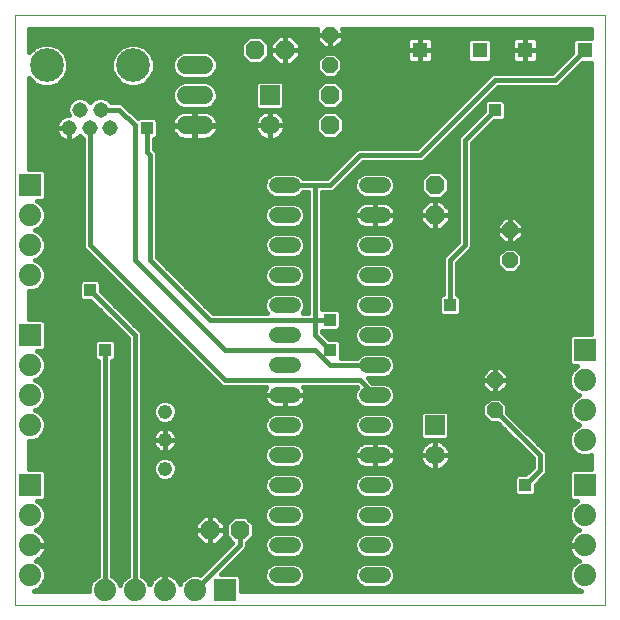
<source format=gbl>
G75*
G70*
%OFA0B0*%
%FSLAX24Y24*%
%IPPOS*%
%LPD*%
%AMOC8*
5,1,8,0,0,1.08239X$1,22.5*
%
%ADD10C,0.0000*%
%ADD11C,0.0515*%
%ADD12C,0.1122*%
%ADD13C,0.0600*%
%ADD14OC8,0.0630*%
%ADD15R,0.0650X0.0650*%
%ADD16C,0.0650*%
%ADD17R,0.0740X0.0740*%
%ADD18C,0.0740*%
%ADD19OC8,0.0520*%
%ADD20C,0.0520*%
%ADD21C,0.0476*%
%ADD22R,0.0515X0.0515*%
%ADD23R,0.0396X0.0396*%
%ADD24C,0.0160*%
D10*
X000816Y000756D02*
X000816Y020441D01*
X020501Y020441D01*
X020501Y000756D01*
X000816Y000756D01*
D11*
X002616Y016656D03*
X003316Y016656D03*
X003986Y016656D03*
X003676Y017276D03*
X002986Y017276D03*
D12*
X001879Y018756D03*
X004753Y018756D03*
D13*
X006516Y018756D02*
X007116Y018756D01*
X007116Y017756D02*
X006516Y017756D01*
X006516Y016756D02*
X007116Y016756D01*
D14*
X008816Y019256D03*
X009816Y019256D03*
X011316Y017756D03*
X011316Y016756D03*
X014816Y014756D03*
X014816Y013756D03*
X008316Y003256D03*
X007316Y003256D03*
D15*
X014816Y006756D03*
X009316Y017756D03*
D16*
X009316Y016756D03*
X014816Y005756D03*
D17*
X019816Y004756D03*
X019816Y009256D03*
X007816Y001256D03*
X001316Y004756D03*
X001316Y009756D03*
X001316Y014756D03*
D18*
X001316Y013756D03*
X001316Y012756D03*
X001316Y011756D03*
X001316Y008756D03*
X001316Y007756D03*
X001316Y006756D03*
X001316Y003756D03*
X001316Y002756D03*
X001316Y001756D03*
X003816Y001256D03*
X004816Y001256D03*
X005816Y001256D03*
X006816Y001256D03*
X019816Y001756D03*
X019816Y002756D03*
X019816Y003756D03*
X019816Y006256D03*
X019816Y007256D03*
X019816Y008256D03*
D19*
X016816Y008256D03*
X016816Y007256D03*
X017316Y012256D03*
X017316Y013256D03*
X011316Y018756D03*
X011316Y019756D03*
D20*
X010076Y014756D02*
X009556Y014756D01*
X009556Y013756D02*
X010076Y013756D01*
X010076Y012756D02*
X009556Y012756D01*
X009556Y011756D02*
X010076Y011756D01*
X010076Y010756D02*
X009556Y010756D01*
X009556Y009756D02*
X010076Y009756D01*
X010076Y008756D02*
X009556Y008756D01*
X009556Y007756D02*
X010076Y007756D01*
X010076Y006756D02*
X009556Y006756D01*
X009556Y005756D02*
X010076Y005756D01*
X010076Y004756D02*
X009556Y004756D01*
X009556Y003756D02*
X010076Y003756D01*
X010076Y002756D02*
X009556Y002756D01*
X009556Y001756D02*
X010076Y001756D01*
X012556Y001756D02*
X013076Y001756D01*
X013076Y002756D02*
X012556Y002756D01*
X012556Y003756D02*
X013076Y003756D01*
X013076Y004756D02*
X012556Y004756D01*
X012556Y005756D02*
X013076Y005756D01*
X013076Y006756D02*
X012556Y006756D01*
X012556Y007756D02*
X013076Y007756D01*
X013076Y008756D02*
X012556Y008756D01*
X012556Y009756D02*
X013076Y009756D01*
X013076Y010756D02*
X012556Y010756D01*
X012556Y011756D02*
X013076Y011756D01*
X013076Y012756D02*
X012556Y012756D01*
X012556Y013756D02*
X013076Y013756D01*
X013076Y014756D02*
X012556Y014756D01*
D21*
X005816Y007206D03*
X005816Y006267D03*
X005816Y005306D03*
D22*
X014316Y019256D03*
X016316Y019256D03*
X017816Y019256D03*
X019816Y019256D03*
D23*
X016816Y017256D03*
X015316Y010756D03*
X011316Y010256D03*
X011316Y009256D03*
X017816Y004756D03*
X005216Y016656D03*
X003316Y011256D03*
X003816Y009256D03*
D24*
X003816Y001256D01*
X004316Y001434D02*
X004266Y001556D01*
X004117Y001705D01*
X004056Y001730D01*
X004056Y008898D01*
X004081Y008898D01*
X004174Y008991D01*
X004174Y009520D01*
X004081Y009614D01*
X003552Y009614D01*
X003458Y009520D01*
X003458Y008991D01*
X003552Y008898D01*
X003576Y008898D01*
X003576Y001730D01*
X003516Y001705D01*
X003367Y001556D01*
X003286Y001361D01*
X003286Y001236D01*
X001446Y001236D01*
X001617Y001307D01*
X001766Y001456D01*
X001846Y001650D01*
X001846Y001861D01*
X001766Y002056D01*
X001617Y002205D01*
X001522Y002244D01*
X001527Y002246D01*
X001605Y002286D01*
X001675Y002336D01*
X001736Y002398D01*
X001787Y002468D01*
X001826Y002545D01*
X001853Y002627D01*
X001866Y002713D01*
X001866Y002736D01*
X001337Y002736D01*
X001337Y002776D01*
X001866Y002776D01*
X001866Y002799D01*
X001853Y002885D01*
X001826Y002967D01*
X001787Y003044D01*
X001736Y003114D01*
X001675Y003175D01*
X001605Y003226D01*
X001527Y003266D01*
X001522Y003267D01*
X001617Y003307D01*
X001766Y003456D01*
X001846Y003650D01*
X001846Y003861D01*
X001766Y004056D01*
X001617Y004205D01*
X001567Y004226D01*
X001753Y004226D01*
X001846Y004320D01*
X001846Y005192D01*
X001753Y005286D01*
X001296Y005286D01*
X001296Y006226D01*
X001422Y006226D01*
X001617Y006307D01*
X001766Y006456D01*
X001846Y006650D01*
X001846Y006861D01*
X001766Y007056D01*
X001617Y007205D01*
X001494Y007256D01*
X001617Y007307D01*
X001766Y007456D01*
X001846Y007650D01*
X001846Y007861D01*
X001766Y008056D01*
X001617Y008205D01*
X001494Y008256D01*
X001617Y008307D01*
X001766Y008456D01*
X001846Y008650D01*
X001846Y008861D01*
X001766Y009056D01*
X001617Y009205D01*
X001567Y009226D01*
X001753Y009226D01*
X001846Y009320D01*
X001846Y010192D01*
X001753Y010286D01*
X001296Y010286D01*
X001296Y011226D01*
X001422Y011226D01*
X001617Y011307D01*
X001766Y011456D01*
X001846Y011650D01*
X001846Y011861D01*
X001766Y012056D01*
X001617Y012205D01*
X001494Y012256D01*
X001617Y012307D01*
X001766Y012456D01*
X001846Y012650D01*
X001846Y012861D01*
X001766Y013056D01*
X001617Y013205D01*
X001494Y013256D01*
X001617Y013307D01*
X001766Y013456D01*
X001846Y013650D01*
X001846Y013861D01*
X001766Y014056D01*
X001617Y014205D01*
X001566Y014226D01*
X001753Y014226D01*
X001846Y014320D01*
X001846Y015192D01*
X001753Y015286D01*
X001296Y015286D01*
X001296Y018319D01*
X001471Y018145D01*
X001736Y018035D01*
X002023Y018035D01*
X002288Y018145D01*
X002491Y018347D01*
X002600Y018612D01*
X002600Y018899D01*
X002491Y019164D01*
X002288Y019367D01*
X002023Y019477D01*
X001736Y019477D01*
X001471Y019367D01*
X001296Y019192D01*
X001296Y019961D01*
X010899Y019961D01*
X010876Y019938D01*
X010876Y019756D01*
X011316Y019756D01*
X011316Y019756D01*
X010876Y019756D01*
X010876Y019574D01*
X011134Y019316D01*
X011316Y019316D01*
X011316Y019755D01*
X011317Y019755D01*
X011317Y019316D01*
X011499Y019316D01*
X011756Y019574D01*
X011756Y019756D01*
X011756Y019938D01*
X011733Y019961D01*
X020021Y019961D01*
X020021Y019673D01*
X019493Y019673D01*
X019399Y019580D01*
X019399Y019178D01*
X018717Y018496D01*
X016769Y018496D01*
X016680Y018459D01*
X016613Y018392D01*
X016613Y018392D01*
X014217Y015996D01*
X012269Y015996D01*
X012180Y015959D01*
X012113Y015892D01*
X011217Y014996D01*
X010769Y014996D01*
X010430Y014996D01*
X010314Y015112D01*
X010160Y015176D01*
X009473Y015176D01*
X009318Y015112D01*
X009200Y014994D01*
X009136Y014839D01*
X009136Y014672D01*
X009200Y014518D01*
X009318Y014400D01*
X009473Y014336D01*
X010160Y014336D01*
X010314Y014400D01*
X010430Y014516D01*
X010576Y014516D01*
X010576Y010496D01*
X010410Y010496D01*
X010432Y010518D01*
X010496Y010672D01*
X010496Y010839D01*
X010432Y010994D01*
X010314Y011112D01*
X010160Y011176D01*
X009473Y011176D01*
X009318Y011112D01*
X009200Y010994D01*
X009136Y010839D01*
X009136Y010672D01*
X009200Y010518D01*
X009222Y010496D01*
X007416Y010496D01*
X005556Y012355D01*
X005556Y015804D01*
X005520Y015892D01*
X005456Y015955D01*
X005456Y016298D01*
X005481Y016298D01*
X005574Y016391D01*
X005574Y016920D01*
X005481Y017014D01*
X004952Y017014D01*
X004925Y016987D01*
X004432Y017479D01*
X004344Y017516D01*
X004249Y017516D01*
X004027Y017516D01*
X003913Y017630D01*
X003759Y017693D01*
X003593Y017693D01*
X003440Y017630D01*
X003331Y017521D01*
X003223Y017630D01*
X003069Y017693D01*
X002903Y017693D01*
X002750Y017630D01*
X002632Y017512D01*
X002569Y017359D01*
X002569Y017193D01*
X002610Y017093D01*
X002582Y017093D01*
X002514Y017083D01*
X002448Y017061D01*
X002387Y017030D01*
X002331Y016990D01*
X002283Y016941D01*
X002242Y016885D01*
X002211Y016824D01*
X002190Y016758D01*
X002179Y016690D01*
X002179Y016656D01*
X002616Y016656D01*
X002616Y016656D01*
X002179Y016656D01*
X002179Y016621D01*
X002190Y016553D01*
X002211Y016488D01*
X002242Y016427D01*
X002283Y016371D01*
X002331Y016322D01*
X002387Y016282D01*
X002448Y016250D01*
X002514Y016229D01*
X002582Y016218D01*
X002616Y016218D01*
X002616Y016655D01*
X002617Y016655D01*
X002617Y016218D01*
X002651Y016218D01*
X002719Y016229D01*
X002784Y016250D01*
X002846Y016282D01*
X002901Y016322D01*
X002950Y016371D01*
X002976Y016406D01*
X003076Y016306D01*
X003076Y012804D01*
X003076Y012708D01*
X003113Y012620D01*
X007613Y008120D01*
X007680Y008052D01*
X007769Y008016D01*
X009201Y008016D01*
X009180Y007986D01*
X009149Y007925D01*
X009127Y007859D01*
X009116Y007791D01*
X009116Y007756D01*
X009816Y007756D01*
X009816Y007756D01*
X009116Y007756D01*
X009116Y007721D01*
X009127Y007653D01*
X009149Y007587D01*
X009180Y007525D01*
X009221Y007469D01*
X009270Y007420D01*
X009326Y007380D01*
X009387Y007348D01*
X009453Y007327D01*
X009522Y007316D01*
X009816Y007316D01*
X009816Y007755D01*
X009817Y007755D01*
X009817Y007316D01*
X010111Y007316D01*
X010179Y007327D01*
X010245Y007348D01*
X010307Y007380D01*
X010363Y007420D01*
X010412Y007469D01*
X010453Y007525D01*
X010484Y007587D01*
X010506Y007653D01*
X010516Y007721D01*
X010516Y007756D01*
X010516Y007791D01*
X010506Y007859D01*
X010484Y007925D01*
X010453Y007986D01*
X010431Y008016D01*
X012217Y008016D01*
X012220Y008013D01*
X012200Y007994D01*
X012136Y007839D01*
X012136Y007672D01*
X012200Y007518D01*
X012318Y007400D01*
X012473Y007336D01*
X013160Y007336D01*
X013314Y007400D01*
X013432Y007518D01*
X013496Y007672D01*
X013496Y007839D01*
X013432Y007994D01*
X013314Y008112D01*
X013160Y008176D01*
X012736Y008176D01*
X012576Y008336D01*
X013160Y008336D01*
X013314Y008400D01*
X013432Y008518D01*
X013496Y008672D01*
X013496Y008839D01*
X013432Y008994D01*
X013314Y009112D01*
X013160Y009176D01*
X012473Y009176D01*
X012318Y009112D01*
X012202Y008996D01*
X011674Y008996D01*
X011674Y009520D01*
X011581Y009614D01*
X011298Y009614D01*
X011056Y009855D01*
X011056Y009898D01*
X011581Y009898D01*
X011674Y009991D01*
X011674Y010520D01*
X011581Y010614D01*
X011056Y010614D01*
X011056Y014516D01*
X011269Y014516D01*
X011364Y014516D01*
X011452Y014552D01*
X012416Y015516D01*
X014364Y015516D01*
X014452Y015552D01*
X014520Y015620D01*
X016916Y018016D01*
X018769Y018016D01*
X018864Y018016D01*
X018952Y018052D01*
X019738Y018838D01*
X020021Y018838D01*
X020021Y009786D01*
X019380Y009786D01*
X019286Y009692D01*
X019286Y008820D01*
X019380Y008726D01*
X019566Y008726D01*
X019516Y008705D01*
X019367Y008556D01*
X019286Y008361D01*
X019286Y008150D01*
X019367Y007956D01*
X019516Y007807D01*
X019639Y007756D01*
X019516Y007705D01*
X019367Y007556D01*
X019286Y007361D01*
X019286Y007150D01*
X019367Y006956D01*
X019516Y006807D01*
X019639Y006756D01*
X019516Y006705D01*
X019367Y006556D01*
X019286Y006361D01*
X019286Y006150D01*
X019367Y005956D01*
X019516Y005807D01*
X019711Y005726D01*
X019922Y005726D01*
X020021Y005767D01*
X020021Y005286D01*
X019380Y005286D01*
X019286Y005192D01*
X019286Y004320D01*
X019380Y004226D01*
X019566Y004226D01*
X019516Y004205D01*
X019367Y004056D01*
X019286Y003861D01*
X019286Y003650D01*
X019367Y003456D01*
X019516Y003307D01*
X019611Y003267D01*
X019605Y003266D01*
X019528Y003226D01*
X019458Y003175D01*
X019397Y003114D01*
X019346Y003044D01*
X019307Y002967D01*
X019280Y002885D01*
X019266Y002799D01*
X019266Y002776D01*
X019796Y002776D01*
X019796Y002736D01*
X019266Y002736D01*
X019266Y002713D01*
X019280Y002627D01*
X019307Y002545D01*
X019346Y002468D01*
X019397Y002398D01*
X019458Y002336D01*
X019528Y002286D01*
X019605Y002246D01*
X019611Y002244D01*
X019516Y002205D01*
X019367Y002056D01*
X019286Y001861D01*
X019286Y001650D01*
X019367Y001456D01*
X019516Y001307D01*
X019687Y001236D01*
X008346Y001236D01*
X008346Y001692D01*
X008253Y001786D01*
X007686Y001786D01*
X008520Y002620D01*
X008556Y002708D01*
X008556Y002804D01*
X008556Y002824D01*
X008791Y003059D01*
X008791Y003453D01*
X008513Y003731D01*
X008120Y003731D01*
X007841Y003453D01*
X007841Y003059D01*
X008061Y002840D01*
X006982Y001761D01*
X006922Y001786D01*
X006711Y001786D01*
X006516Y001705D01*
X006367Y001556D01*
X006328Y001461D01*
X006326Y001467D01*
X006287Y001544D01*
X006236Y001614D01*
X006175Y001675D01*
X006105Y001726D01*
X006027Y001766D01*
X005945Y001792D01*
X005860Y001806D01*
X005836Y001806D01*
X005836Y001276D01*
X005796Y001276D01*
X005796Y001806D01*
X005773Y001806D01*
X005688Y001792D01*
X005605Y001766D01*
X005528Y001726D01*
X005458Y001675D01*
X005397Y001614D01*
X005346Y001544D01*
X005307Y001467D01*
X005305Y001461D01*
X005266Y001556D01*
X005117Y001705D01*
X005056Y001730D01*
X005056Y009708D01*
X005056Y009804D01*
X005020Y009892D01*
X003674Y011237D01*
X003674Y011520D01*
X003581Y011614D01*
X003052Y011614D01*
X002958Y011520D01*
X002958Y010991D01*
X003052Y010898D01*
X003335Y010898D01*
X004576Y009656D01*
X004576Y001730D01*
X004516Y001705D01*
X004367Y001556D01*
X004316Y001434D01*
X004269Y001549D02*
X004364Y001549D01*
X004521Y001707D02*
X004112Y001707D01*
X004056Y001866D02*
X004576Y001866D01*
X004576Y002024D02*
X004056Y002024D01*
X004056Y002183D02*
X004576Y002183D01*
X004576Y002341D02*
X004056Y002341D01*
X004056Y002500D02*
X004576Y002500D01*
X004576Y002658D02*
X004056Y002658D01*
X004056Y002817D02*
X004576Y002817D01*
X004576Y002976D02*
X004056Y002976D01*
X004056Y003134D02*
X004576Y003134D01*
X004576Y003293D02*
X004056Y003293D01*
X004056Y003451D02*
X004576Y003451D01*
X004576Y003610D02*
X004056Y003610D01*
X004056Y003768D02*
X004576Y003768D01*
X004576Y003927D02*
X004056Y003927D01*
X004056Y004085D02*
X004576Y004085D01*
X004576Y004244D02*
X004056Y004244D01*
X004056Y004402D02*
X004576Y004402D01*
X004576Y004561D02*
X004056Y004561D01*
X004056Y004719D02*
X004576Y004719D01*
X004576Y004878D02*
X004056Y004878D01*
X004056Y005037D02*
X004576Y005037D01*
X004576Y005195D02*
X004056Y005195D01*
X004056Y005354D02*
X004576Y005354D01*
X004576Y005512D02*
X004056Y005512D01*
X004056Y005671D02*
X004576Y005671D01*
X004576Y005829D02*
X004056Y005829D01*
X004056Y005988D02*
X004576Y005988D01*
X004576Y006146D02*
X004056Y006146D01*
X004056Y006305D02*
X004576Y006305D01*
X004576Y006463D02*
X004056Y006463D01*
X004056Y006622D02*
X004576Y006622D01*
X004576Y006781D02*
X004056Y006781D01*
X004056Y006939D02*
X004576Y006939D01*
X004576Y007098D02*
X004056Y007098D01*
X004056Y007256D02*
X004576Y007256D01*
X004576Y007415D02*
X004056Y007415D01*
X004056Y007573D02*
X004576Y007573D01*
X004576Y007732D02*
X004056Y007732D01*
X004056Y007890D02*
X004576Y007890D01*
X004576Y008049D02*
X004056Y008049D01*
X004056Y008207D02*
X004576Y008207D01*
X004576Y008366D02*
X004056Y008366D01*
X004056Y008525D02*
X004576Y008525D01*
X004576Y008683D02*
X004056Y008683D01*
X004056Y008842D02*
X004576Y008842D01*
X004576Y009000D02*
X004174Y009000D01*
X004174Y009159D02*
X004576Y009159D01*
X004576Y009317D02*
X004174Y009317D01*
X004174Y009476D02*
X004576Y009476D01*
X004576Y009634D02*
X001846Y009634D01*
X001846Y009476D02*
X003458Y009476D01*
X003458Y009317D02*
X001844Y009317D01*
X001663Y009159D02*
X003458Y009159D01*
X003458Y009000D02*
X001789Y009000D01*
X001846Y008842D02*
X003576Y008842D01*
X003576Y008683D02*
X001846Y008683D01*
X001794Y008525D02*
X003576Y008525D01*
X003576Y008366D02*
X001676Y008366D01*
X001611Y008207D02*
X003576Y008207D01*
X003576Y008049D02*
X001769Y008049D01*
X001834Y007890D02*
X003576Y007890D01*
X003576Y007732D02*
X001846Y007732D01*
X001814Y007573D02*
X003576Y007573D01*
X003576Y007415D02*
X001725Y007415D01*
X001495Y007256D02*
X003576Y007256D01*
X003576Y007098D02*
X001724Y007098D01*
X001814Y006939D02*
X003576Y006939D01*
X003576Y006781D02*
X001846Y006781D01*
X001835Y006622D02*
X003576Y006622D01*
X003576Y006463D02*
X001769Y006463D01*
X001613Y006305D02*
X003576Y006305D01*
X003576Y006146D02*
X001296Y006146D01*
X001296Y005988D02*
X003576Y005988D01*
X003576Y005829D02*
X001296Y005829D01*
X001296Y005671D02*
X003576Y005671D01*
X003576Y005512D02*
X001296Y005512D01*
X001296Y005354D02*
X003576Y005354D01*
X003576Y005195D02*
X001843Y005195D01*
X001846Y005037D02*
X003576Y005037D01*
X003576Y004878D02*
X001846Y004878D01*
X001846Y004719D02*
X003576Y004719D01*
X003576Y004561D02*
X001846Y004561D01*
X001846Y004402D02*
X003576Y004402D01*
X003576Y004244D02*
X001771Y004244D01*
X001736Y004085D02*
X003576Y004085D01*
X003576Y003927D02*
X001819Y003927D01*
X001846Y003768D02*
X003576Y003768D01*
X003576Y003610D02*
X001829Y003610D01*
X001761Y003451D02*
X003576Y003451D01*
X003576Y003293D02*
X001583Y003293D01*
X001716Y003134D02*
X003576Y003134D01*
X003576Y002976D02*
X001822Y002976D01*
X001864Y002817D02*
X003576Y002817D01*
X003576Y002658D02*
X001858Y002658D01*
X001803Y002500D02*
X003576Y002500D01*
X003576Y002341D02*
X001680Y002341D01*
X001639Y002183D02*
X003576Y002183D01*
X003576Y002024D02*
X001779Y002024D01*
X001845Y001866D02*
X003576Y001866D01*
X003521Y001707D02*
X001846Y001707D01*
X001804Y001549D02*
X003364Y001549D01*
X003298Y001390D02*
X001700Y001390D01*
X004816Y001256D02*
X004816Y009756D01*
X003316Y011256D01*
X002958Y011220D02*
X001296Y011220D01*
X001296Y011061D02*
X002958Y011061D01*
X003047Y010903D02*
X001296Y010903D01*
X001296Y010744D02*
X003489Y010744D01*
X003647Y010586D02*
X001296Y010586D01*
X001296Y010427D02*
X003806Y010427D01*
X003964Y010269D02*
X001770Y010269D01*
X001846Y010110D02*
X004123Y010110D01*
X004281Y009951D02*
X001846Y009951D01*
X001846Y009793D02*
X004440Y009793D01*
X004802Y010110D02*
X005623Y010110D01*
X005781Y009951D02*
X004960Y009951D01*
X005056Y009793D02*
X005940Y009793D01*
X006099Y009634D02*
X005056Y009634D01*
X005056Y009476D02*
X006257Y009476D01*
X006416Y009317D02*
X005056Y009317D01*
X005056Y009159D02*
X006574Y009159D01*
X006733Y009000D02*
X005056Y009000D01*
X005056Y008842D02*
X006891Y008842D01*
X007050Y008683D02*
X005056Y008683D01*
X005056Y008525D02*
X007208Y008525D01*
X007367Y008366D02*
X005056Y008366D01*
X005056Y008207D02*
X007525Y008207D01*
X007689Y008049D02*
X005056Y008049D01*
X005056Y007890D02*
X009137Y007890D01*
X009116Y007732D02*
X005056Y007732D01*
X005056Y007573D02*
X005664Y007573D01*
X005591Y007543D02*
X005479Y007431D01*
X005419Y007285D01*
X005419Y007127D01*
X005479Y006981D01*
X005591Y006869D01*
X005737Y006808D01*
X005896Y006808D01*
X006042Y006869D01*
X006154Y006981D01*
X006214Y007127D01*
X006214Y007285D01*
X006154Y007431D01*
X006042Y007543D01*
X005896Y007604D01*
X005737Y007604D01*
X005591Y007543D01*
X005472Y007415D02*
X005056Y007415D01*
X005056Y007256D02*
X005419Y007256D01*
X005431Y007098D02*
X005056Y007098D01*
X005056Y006939D02*
X005521Y006939D01*
X005656Y006654D02*
X005597Y006624D01*
X005544Y006585D01*
X005498Y006539D01*
X005459Y006485D01*
X005429Y006427D01*
X005409Y006364D01*
X005399Y006299D01*
X005399Y006267D01*
X005816Y006267D01*
X005816Y006684D01*
X005783Y006684D01*
X005719Y006674D01*
X005656Y006654D01*
X005595Y006622D02*
X005056Y006622D01*
X005056Y006781D02*
X009136Y006781D01*
X009136Y006839D02*
X009136Y006672D01*
X009200Y006518D01*
X009318Y006400D01*
X009473Y006336D01*
X010160Y006336D01*
X010314Y006400D01*
X010432Y006518D01*
X010496Y006672D01*
X010496Y006839D01*
X010432Y006994D01*
X010314Y007112D01*
X010160Y007176D01*
X009473Y007176D01*
X009318Y007112D01*
X009200Y006994D01*
X009136Y006839D01*
X009178Y006939D02*
X006112Y006939D01*
X006202Y007098D02*
X009304Y007098D01*
X009277Y007415D02*
X006160Y007415D01*
X006214Y007256D02*
X016396Y007256D01*
X016396Y007098D02*
X015301Y007098D01*
X015301Y007147D02*
X015208Y007241D01*
X014425Y007241D01*
X014331Y007147D01*
X014331Y006365D01*
X014425Y006271D01*
X015208Y006271D01*
X015301Y006365D01*
X015301Y007147D01*
X015301Y006939D02*
X016539Y006939D01*
X016642Y006836D02*
X016897Y006836D01*
X018076Y005656D01*
X018076Y005355D01*
X017835Y005114D01*
X017552Y005114D01*
X017458Y005020D01*
X017458Y004491D01*
X017552Y004398D01*
X018081Y004398D01*
X018174Y004491D01*
X018174Y004775D01*
X018452Y005052D01*
X018520Y005120D01*
X018556Y005208D01*
X018556Y005708D01*
X018556Y005804D01*
X018520Y005892D01*
X017236Y007175D01*
X017236Y007430D01*
X016990Y007676D01*
X016642Y007676D01*
X016396Y007430D01*
X016396Y007082D01*
X016642Y006836D01*
X016952Y006781D02*
X015301Y006781D01*
X015301Y006622D02*
X017111Y006622D01*
X017269Y006463D02*
X015301Y006463D01*
X015242Y006305D02*
X017428Y006305D01*
X017586Y006146D02*
X015138Y006146D01*
X015145Y006141D02*
X015081Y006188D01*
X015010Y006224D01*
X014935Y006248D01*
X014856Y006261D01*
X014817Y006261D01*
X014817Y005756D01*
X015321Y005756D01*
X015321Y005796D01*
X015309Y005874D01*
X015284Y005950D01*
X015248Y006021D01*
X015202Y006085D01*
X015145Y006141D01*
X015265Y005988D02*
X017745Y005988D01*
X017904Y005829D02*
X015316Y005829D01*
X015321Y005756D02*
X014817Y005756D01*
X014817Y005756D01*
X014816Y005756D01*
X014816Y005756D01*
X014311Y005756D01*
X014311Y005796D01*
X014324Y005874D01*
X014348Y005950D01*
X014384Y006021D01*
X014431Y006085D01*
X014487Y006141D01*
X014552Y006188D01*
X014623Y006224D01*
X014698Y006248D01*
X014777Y006261D01*
X014816Y006261D01*
X014816Y005756D01*
X014311Y005756D01*
X014311Y005716D01*
X014324Y005638D01*
X014348Y005562D01*
X014384Y005491D01*
X014431Y005427D01*
X014487Y005371D01*
X014552Y005324D01*
X014623Y005288D01*
X014698Y005263D01*
X014777Y005251D01*
X014816Y005251D01*
X014816Y005755D01*
X014817Y005755D01*
X014817Y005251D01*
X014856Y005251D01*
X014935Y005263D01*
X015010Y005288D01*
X015081Y005324D01*
X015145Y005371D01*
X015202Y005427D01*
X015248Y005491D01*
X015284Y005562D01*
X015309Y005638D01*
X015321Y005716D01*
X015321Y005756D01*
X015314Y005671D02*
X018062Y005671D01*
X018076Y005512D02*
X015259Y005512D01*
X015122Y005354D02*
X018075Y005354D01*
X017916Y005195D02*
X006201Y005195D01*
X006214Y005227D02*
X006154Y005081D01*
X006042Y004969D01*
X005896Y004908D01*
X005737Y004908D01*
X005591Y004969D01*
X005479Y005081D01*
X005419Y005227D01*
X005419Y005385D01*
X005479Y005531D01*
X005591Y005643D01*
X005737Y005704D01*
X005896Y005704D01*
X006042Y005643D01*
X006154Y005531D01*
X006214Y005385D01*
X006214Y005227D01*
X006214Y005354D02*
X009430Y005354D01*
X009473Y005336D02*
X010160Y005336D01*
X010314Y005400D01*
X010432Y005518D01*
X010496Y005672D01*
X010496Y005839D01*
X010432Y005994D01*
X010314Y006112D01*
X010160Y006176D01*
X009473Y006176D01*
X009318Y006112D01*
X009200Y005994D01*
X009136Y005839D01*
X009136Y005672D01*
X009200Y005518D01*
X009318Y005400D01*
X009473Y005336D01*
X009473Y005176D02*
X009318Y005112D01*
X009200Y004994D01*
X009136Y004839D01*
X009136Y004672D01*
X009200Y004518D01*
X009318Y004400D01*
X009473Y004336D01*
X010160Y004336D01*
X010314Y004400D01*
X010432Y004518D01*
X010496Y004672D01*
X010496Y004839D01*
X010432Y004994D01*
X010314Y005112D01*
X010160Y005176D01*
X009473Y005176D01*
X009243Y005037D02*
X006110Y005037D01*
X006161Y005512D02*
X009206Y005512D01*
X009137Y005671D02*
X005975Y005671D01*
X005914Y005859D02*
X005977Y005879D01*
X006035Y005909D01*
X006089Y005948D01*
X006135Y005994D01*
X006174Y006048D01*
X006204Y006106D01*
X006224Y006169D01*
X006234Y006234D01*
X006234Y006266D01*
X005817Y006266D01*
X005817Y006267D01*
X006234Y006267D01*
X006234Y006299D01*
X006224Y006364D01*
X006204Y006427D01*
X006174Y006485D01*
X006135Y006539D01*
X006089Y006585D01*
X006035Y006624D01*
X005977Y006654D01*
X005914Y006674D01*
X005849Y006684D01*
X005817Y006684D01*
X005817Y006267D01*
X005816Y006267D01*
X005816Y006266D01*
X005817Y006266D01*
X005817Y005849D01*
X005849Y005849D01*
X005914Y005859D01*
X005816Y005849D02*
X005816Y006266D01*
X005399Y006266D01*
X005399Y006234D01*
X005409Y006169D01*
X005429Y006106D01*
X005459Y006048D01*
X005498Y005994D01*
X005544Y005948D01*
X005597Y005909D01*
X005656Y005879D01*
X005719Y005859D01*
X005783Y005849D01*
X005816Y005849D01*
X005816Y005988D02*
X005817Y005988D01*
X005816Y006146D02*
X005817Y006146D01*
X005816Y006305D02*
X005817Y006305D01*
X005816Y006463D02*
X005817Y006463D01*
X005816Y006622D02*
X005817Y006622D01*
X006038Y006622D02*
X009157Y006622D01*
X009255Y006463D02*
X006185Y006463D01*
X006233Y006305D02*
X014391Y006305D01*
X014331Y006463D02*
X013378Y006463D01*
X013432Y006518D02*
X013496Y006672D01*
X013496Y006839D01*
X013432Y006994D01*
X013314Y007112D01*
X013160Y007176D01*
X012473Y007176D01*
X012318Y007112D01*
X012200Y006994D01*
X012136Y006839D01*
X012136Y006672D01*
X012200Y006518D01*
X012318Y006400D01*
X012473Y006336D01*
X013160Y006336D01*
X013314Y006400D01*
X013432Y006518D01*
X013475Y006622D02*
X014331Y006622D01*
X014331Y006781D02*
X013496Y006781D01*
X013455Y006939D02*
X014331Y006939D01*
X014331Y007098D02*
X013329Y007098D01*
X013329Y007415D02*
X016396Y007415D01*
X016540Y007573D02*
X013455Y007573D01*
X013496Y007732D02*
X019580Y007732D01*
X019432Y007890D02*
X017073Y007890D01*
X016999Y007816D02*
X017256Y008074D01*
X017256Y008256D01*
X017256Y008438D01*
X016999Y008696D01*
X016817Y008696D01*
X016817Y008256D01*
X017256Y008256D01*
X016817Y008256D01*
X016817Y008256D01*
X016816Y008256D01*
X016816Y008256D01*
X016376Y008256D01*
X016376Y008438D01*
X016634Y008696D01*
X016816Y008696D01*
X016816Y008256D01*
X016376Y008256D01*
X016376Y008074D01*
X016634Y007816D01*
X016816Y007816D01*
X016816Y008255D01*
X016817Y008255D01*
X016817Y007816D01*
X016999Y007816D01*
X016817Y007890D02*
X016816Y007890D01*
X016816Y008049D02*
X016817Y008049D01*
X016816Y008207D02*
X016817Y008207D01*
X016816Y008366D02*
X016817Y008366D01*
X016816Y008525D02*
X016817Y008525D01*
X016816Y008683D02*
X016817Y008683D01*
X017011Y008683D02*
X019494Y008683D01*
X019354Y008525D02*
X017170Y008525D01*
X017256Y008366D02*
X019288Y008366D01*
X019286Y008207D02*
X017256Y008207D01*
X017232Y008049D02*
X019328Y008049D01*
X019384Y007573D02*
X017093Y007573D01*
X017236Y007415D02*
X019309Y007415D01*
X019286Y007256D02*
X017236Y007256D01*
X017314Y007098D02*
X019308Y007098D01*
X019384Y006939D02*
X017473Y006939D01*
X017631Y006781D02*
X019579Y006781D01*
X019433Y006622D02*
X017790Y006622D01*
X017948Y006463D02*
X019329Y006463D01*
X019286Y006305D02*
X018107Y006305D01*
X018265Y006146D02*
X019288Y006146D01*
X019354Y005988D02*
X018424Y005988D01*
X018546Y005829D02*
X019493Y005829D01*
X020021Y005671D02*
X018556Y005671D01*
X018556Y005512D02*
X020021Y005512D01*
X020021Y005354D02*
X018556Y005354D01*
X018551Y005195D02*
X019289Y005195D01*
X019286Y005037D02*
X018436Y005037D01*
X018278Y004878D02*
X019286Y004878D01*
X019286Y004719D02*
X018174Y004719D01*
X018174Y004561D02*
X019286Y004561D01*
X019286Y004402D02*
X018085Y004402D01*
X017816Y004756D02*
X018316Y005256D01*
X018316Y005756D01*
X016816Y007256D01*
X016560Y007890D02*
X013475Y007890D01*
X013377Y008049D02*
X016401Y008049D01*
X016376Y008207D02*
X012704Y008207D01*
X012316Y008256D02*
X012816Y007756D01*
X012304Y007415D02*
X010355Y007415D01*
X010477Y007573D02*
X012177Y007573D01*
X012136Y007732D02*
X010516Y007732D01*
X010516Y007756D02*
X009817Y007756D01*
X010516Y007756D01*
X010495Y007890D02*
X012157Y007890D01*
X012316Y008256D02*
X007816Y008256D01*
X003316Y012756D01*
X003316Y016656D01*
X003076Y016293D02*
X002861Y016293D01*
X002617Y016293D02*
X002616Y016293D01*
X002616Y016452D02*
X002617Y016452D01*
X002616Y016610D02*
X002617Y016610D01*
X002371Y016293D02*
X001296Y016293D01*
X001296Y016135D02*
X003076Y016135D01*
X003076Y015976D02*
X001296Y015976D01*
X001296Y015818D02*
X003076Y015818D01*
X003076Y015659D02*
X001296Y015659D01*
X001296Y015500D02*
X003076Y015500D01*
X003076Y015342D02*
X001296Y015342D01*
X001846Y015183D02*
X003076Y015183D01*
X003076Y015025D02*
X001846Y015025D01*
X001846Y014866D02*
X003076Y014866D01*
X003076Y014708D02*
X001846Y014708D01*
X001846Y014549D02*
X003076Y014549D01*
X003076Y014391D02*
X001846Y014391D01*
X001759Y014232D02*
X003076Y014232D01*
X003076Y014074D02*
X001748Y014074D01*
X001824Y013915D02*
X003076Y013915D01*
X003076Y013756D02*
X001846Y013756D01*
X001825Y013598D02*
X003076Y013598D01*
X003076Y013439D02*
X001749Y013439D01*
X001554Y013281D02*
X003076Y013281D01*
X003076Y013122D02*
X001699Y013122D01*
X001804Y012964D02*
X003076Y012964D01*
X003076Y012805D02*
X001846Y012805D01*
X001845Y012647D02*
X003102Y012647D01*
X003245Y012488D02*
X001779Y012488D01*
X001640Y012330D02*
X003403Y012330D01*
X003562Y012171D02*
X001651Y012171D01*
X001784Y012012D02*
X003720Y012012D01*
X003879Y011854D02*
X001846Y011854D01*
X001846Y011695D02*
X004037Y011695D01*
X004196Y011537D02*
X003658Y011537D01*
X003674Y011378D02*
X004355Y011378D01*
X004513Y011220D02*
X003692Y011220D01*
X003850Y011061D02*
X004672Y011061D01*
X004830Y010903D02*
X004009Y010903D01*
X004168Y010744D02*
X004989Y010744D01*
X005147Y010586D02*
X004326Y010586D01*
X004485Y010427D02*
X005306Y010427D01*
X005464Y010269D02*
X004643Y010269D01*
X006216Y011695D02*
X009136Y011695D01*
X009136Y011672D02*
X009200Y011518D01*
X009318Y011400D01*
X009473Y011336D01*
X010160Y011336D01*
X010314Y011400D01*
X010432Y011518D01*
X010496Y011672D01*
X010496Y011839D01*
X010432Y011994D01*
X010314Y012112D01*
X010160Y012176D01*
X009473Y012176D01*
X009318Y012112D01*
X009200Y011994D01*
X009136Y011839D01*
X009136Y011672D01*
X009192Y011537D02*
X006375Y011537D01*
X006533Y011378D02*
X009370Y011378D01*
X009268Y011061D02*
X006850Y011061D01*
X006692Y011220D02*
X010576Y011220D01*
X010576Y011378D02*
X010262Y011378D01*
X010440Y011537D02*
X010576Y011537D01*
X010576Y011695D02*
X010496Y011695D01*
X010490Y011854D02*
X010576Y011854D01*
X010576Y012012D02*
X010414Y012012D01*
X010576Y012171D02*
X010172Y012171D01*
X010160Y012336D02*
X010314Y012400D01*
X010432Y012518D01*
X010496Y012672D01*
X010496Y012839D01*
X010432Y012994D01*
X010314Y013112D01*
X010160Y013176D01*
X009473Y013176D01*
X009318Y013112D01*
X009200Y012994D01*
X009136Y012839D01*
X009136Y012672D01*
X009200Y012518D01*
X009318Y012400D01*
X009473Y012336D01*
X010160Y012336D01*
X010403Y012488D02*
X010576Y012488D01*
X010576Y012330D02*
X005582Y012330D01*
X005556Y012488D02*
X009230Y012488D01*
X009147Y012647D02*
X005556Y012647D01*
X005556Y012805D02*
X009136Y012805D01*
X009188Y012964D02*
X005556Y012964D01*
X005556Y013122D02*
X009343Y013122D01*
X009473Y013336D02*
X010160Y013336D01*
X010314Y013400D01*
X010432Y013518D01*
X010496Y013672D01*
X010496Y013839D01*
X010432Y013994D01*
X010314Y014112D01*
X010160Y014176D01*
X009473Y014176D01*
X009318Y014112D01*
X009200Y013994D01*
X009136Y013839D01*
X009136Y013672D01*
X009200Y013518D01*
X009318Y013400D01*
X009473Y013336D01*
X009279Y013439D02*
X005556Y013439D01*
X005556Y013281D02*
X010576Y013281D01*
X010576Y013439D02*
X010354Y013439D01*
X010466Y013598D02*
X010576Y013598D01*
X010576Y013756D02*
X010496Y013756D01*
X010465Y013915D02*
X010576Y013915D01*
X010576Y014074D02*
X010353Y014074D01*
X010576Y014232D02*
X005556Y014232D01*
X005556Y014074D02*
X009280Y014074D01*
X009168Y013915D02*
X005556Y013915D01*
X005556Y013756D02*
X009136Y013756D01*
X009167Y013598D02*
X005556Y013598D01*
X005556Y014391D02*
X009341Y014391D01*
X009187Y014549D02*
X005556Y014549D01*
X005556Y014708D02*
X009136Y014708D01*
X009148Y014866D02*
X005556Y014866D01*
X005556Y015025D02*
X009231Y015025D01*
X009816Y014756D02*
X010816Y014756D01*
X010816Y009756D01*
X011316Y009256D01*
X011277Y009634D02*
X012152Y009634D01*
X012136Y009672D02*
X012200Y009518D01*
X012318Y009400D01*
X012473Y009336D01*
X013160Y009336D01*
X013314Y009400D01*
X013432Y009518D01*
X013496Y009672D01*
X013496Y009839D01*
X013432Y009994D01*
X013314Y010112D01*
X013160Y010176D01*
X012473Y010176D01*
X012318Y010112D01*
X012200Y009994D01*
X012136Y009839D01*
X012136Y009672D01*
X012136Y009793D02*
X011119Y009793D01*
X011316Y010256D02*
X007316Y010256D01*
X005316Y012256D01*
X005316Y015756D01*
X005216Y015856D01*
X005216Y016656D01*
X005574Y016610D02*
X006059Y016610D01*
X006048Y016643D02*
X006072Y016572D01*
X006106Y016504D01*
X006150Y016443D01*
X006204Y016390D01*
X006265Y016345D01*
X006332Y016311D01*
X006404Y016288D01*
X006479Y016276D01*
X006796Y016276D01*
X006796Y016736D01*
X006036Y016736D01*
X006036Y016718D01*
X006048Y016643D01*
X006036Y016776D02*
X006796Y016776D01*
X006796Y016736D01*
X006836Y016736D01*
X006836Y016276D01*
X007154Y016276D01*
X007229Y016288D01*
X007301Y016311D01*
X007368Y016345D01*
X007429Y016390D01*
X007482Y016443D01*
X007527Y016504D01*
X007561Y016572D01*
X007585Y016643D01*
X007596Y016718D01*
X007596Y016736D01*
X006837Y016736D01*
X006837Y016776D01*
X007596Y016776D01*
X007596Y016794D01*
X007585Y016868D01*
X007561Y016940D01*
X007527Y017007D01*
X007482Y017069D01*
X007429Y017122D01*
X007368Y017166D01*
X007301Y017201D01*
X007229Y017224D01*
X007154Y017236D01*
X006836Y017236D01*
X006836Y016776D01*
X006796Y016776D01*
X006796Y017236D01*
X006479Y017236D01*
X006404Y017224D01*
X006332Y017201D01*
X006265Y017166D01*
X006204Y017122D01*
X006150Y017069D01*
X006106Y017007D01*
X006072Y016940D01*
X006048Y016868D01*
X006036Y016794D01*
X006036Y016776D01*
X006067Y016927D02*
X005567Y016927D01*
X005574Y016769D02*
X006796Y016769D01*
X006837Y016769D02*
X008811Y016769D01*
X008811Y016756D02*
X009316Y016756D01*
X009316Y016756D01*
X008811Y016756D01*
X008811Y016796D01*
X008824Y016874D01*
X008848Y016950D01*
X008884Y017021D01*
X008931Y017085D01*
X008987Y017141D01*
X009052Y017188D01*
X009123Y017224D01*
X009198Y017248D01*
X009277Y017261D01*
X009316Y017261D01*
X009316Y016756D01*
X009317Y016756D01*
X009821Y016756D01*
X009821Y016796D01*
X009809Y016874D01*
X009784Y016950D01*
X009748Y017021D01*
X009702Y017085D01*
X009645Y017141D01*
X009581Y017188D01*
X009510Y017224D01*
X009435Y017248D01*
X009356Y017261D01*
X009317Y017261D01*
X009317Y016756D01*
X009317Y016756D01*
X009821Y016756D01*
X009821Y016716D01*
X009809Y016638D01*
X009784Y016562D01*
X009748Y016491D01*
X009702Y016427D01*
X009645Y016371D01*
X009581Y016324D01*
X009510Y016288D01*
X009435Y016263D01*
X009356Y016251D01*
X009317Y016251D01*
X009317Y016755D01*
X009316Y016755D01*
X009316Y016251D01*
X009277Y016251D01*
X009198Y016263D01*
X009123Y016288D01*
X009052Y016324D01*
X008987Y016371D01*
X008931Y016427D01*
X008884Y016491D01*
X008848Y016562D01*
X008824Y016638D01*
X008811Y016716D01*
X008811Y016756D01*
X008833Y016610D02*
X007574Y016610D01*
X007489Y016452D02*
X008913Y016452D01*
X009112Y016293D02*
X007245Y016293D01*
X006836Y016293D02*
X006796Y016293D01*
X006796Y016452D02*
X006836Y016452D01*
X006836Y016610D02*
X006796Y016610D01*
X006796Y016927D02*
X006836Y016927D01*
X006836Y017086D02*
X006796Y017086D01*
X006425Y017296D02*
X006256Y017366D01*
X006126Y017495D01*
X006056Y017664D01*
X006056Y017847D01*
X006126Y018016D01*
X006256Y018146D01*
X006425Y018216D01*
X007208Y018216D01*
X007377Y018146D01*
X007506Y018016D01*
X007576Y017847D01*
X007576Y017664D01*
X007506Y017495D01*
X007377Y017366D01*
X007208Y017296D01*
X006425Y017296D01*
X006219Y017403D02*
X004509Y017403D01*
X004667Y017244D02*
X009186Y017244D01*
X009316Y017244D02*
X009317Y017244D01*
X009447Y017244D02*
X015466Y017244D01*
X015624Y017403D02*
X011635Y017403D01*
X011513Y017281D02*
X011791Y017559D01*
X011791Y017953D01*
X011513Y018231D01*
X011120Y018231D01*
X010841Y017953D01*
X010841Y017559D01*
X011120Y017281D01*
X011513Y017281D01*
X011513Y017231D02*
X011120Y017231D01*
X010841Y016953D01*
X010841Y016559D01*
X011120Y016281D01*
X011513Y016281D01*
X011791Y016559D01*
X011791Y016953D01*
X011513Y017231D01*
X011658Y017086D02*
X015307Y017086D01*
X015148Y016927D02*
X011791Y016927D01*
X011791Y016769D02*
X014990Y016769D01*
X014831Y016610D02*
X011791Y016610D01*
X011684Y016452D02*
X014673Y016452D01*
X014514Y016293D02*
X011525Y016293D01*
X011107Y016293D02*
X009520Y016293D01*
X009317Y016293D02*
X009316Y016293D01*
X009316Y016452D02*
X009317Y016452D01*
X009316Y016610D02*
X009317Y016610D01*
X009316Y016769D02*
X009317Y016769D01*
X009316Y016927D02*
X009317Y016927D01*
X009316Y017086D02*
X009317Y017086D01*
X009701Y017086D02*
X010975Y017086D01*
X010841Y016927D02*
X009792Y016927D01*
X009821Y016769D02*
X010841Y016769D01*
X010841Y016610D02*
X009800Y016610D01*
X009720Y016452D02*
X010949Y016452D01*
X010998Y017403D02*
X009801Y017403D01*
X009801Y017365D02*
X009801Y018147D01*
X009708Y018241D01*
X008925Y018241D01*
X008831Y018147D01*
X008831Y017365D01*
X008925Y017271D01*
X009708Y017271D01*
X009801Y017365D01*
X009801Y017561D02*
X010841Y017561D01*
X010841Y017720D02*
X009801Y017720D01*
X009801Y017879D02*
X010841Y017879D01*
X010926Y018037D02*
X009801Y018037D01*
X009753Y018196D02*
X011084Y018196D01*
X011142Y018336D02*
X011490Y018336D01*
X011736Y018582D01*
X011736Y018930D01*
X011490Y019176D01*
X011142Y019176D01*
X010896Y018930D01*
X010896Y018582D01*
X011142Y018336D01*
X011124Y018354D02*
X007349Y018354D01*
X007377Y018366D02*
X007506Y018495D01*
X007576Y018664D01*
X007576Y018847D01*
X007506Y019016D01*
X007377Y019146D01*
X007208Y019216D01*
X006425Y019216D01*
X006256Y019146D01*
X006126Y019016D01*
X006056Y018847D01*
X006056Y018664D01*
X006126Y018495D01*
X006256Y018366D01*
X006425Y018296D01*
X007208Y018296D01*
X007377Y018366D01*
X007514Y018513D02*
X010966Y018513D01*
X010896Y018671D02*
X007576Y018671D01*
X007576Y018830D02*
X008571Y018830D01*
X008620Y018781D02*
X009013Y018781D01*
X009291Y019059D01*
X009291Y019453D01*
X009013Y019731D01*
X008620Y019731D01*
X008341Y019453D01*
X008341Y019059D01*
X008620Y018781D01*
X008412Y018988D02*
X007518Y018988D01*
X007374Y019147D02*
X008341Y019147D01*
X008341Y019305D02*
X005223Y019305D01*
X005162Y019367D02*
X004897Y019477D01*
X004610Y019477D01*
X004345Y019367D01*
X004142Y019164D01*
X004032Y018899D01*
X004032Y018612D01*
X004142Y018347D01*
X004345Y018145D01*
X004610Y018035D01*
X004897Y018035D01*
X005162Y018145D01*
X005365Y018347D01*
X005474Y018612D01*
X005474Y018899D01*
X005365Y019164D01*
X005162Y019367D01*
X004928Y019464D02*
X008353Y019464D01*
X008511Y019623D02*
X001296Y019623D01*
X001296Y019781D02*
X010876Y019781D01*
X010876Y019623D02*
X010150Y019623D01*
X010021Y019751D02*
X010311Y019461D01*
X010311Y019256D01*
X009817Y019256D01*
X009817Y019256D01*
X010311Y019256D01*
X010311Y019051D01*
X010021Y018761D01*
X009817Y018761D01*
X009817Y019255D01*
X009816Y019255D01*
X009816Y018761D01*
X009611Y018761D01*
X009321Y019051D01*
X009321Y019256D01*
X009816Y019256D01*
X009816Y019256D01*
X009321Y019256D01*
X009321Y019461D01*
X009611Y019751D01*
X009816Y019751D01*
X009816Y019256D01*
X009817Y019256D01*
X009817Y019751D01*
X010021Y019751D01*
X009817Y019623D02*
X009816Y019623D01*
X009816Y019464D02*
X009817Y019464D01*
X009816Y019305D02*
X009817Y019305D01*
X009816Y019147D02*
X009817Y019147D01*
X009816Y018988D02*
X009817Y018988D01*
X009816Y018830D02*
X009817Y018830D01*
X010090Y018830D02*
X010896Y018830D01*
X010955Y018988D02*
X010249Y018988D01*
X010311Y019147D02*
X011113Y019147D01*
X010986Y019464D02*
X010308Y019464D01*
X010311Y019305D02*
X013879Y019305D01*
X013879Y019256D02*
X014316Y019256D01*
X014316Y019256D01*
X013879Y019256D01*
X013879Y019537D01*
X013891Y019583D01*
X013915Y019624D01*
X013948Y019657D01*
X013989Y019681D01*
X014035Y019693D01*
X014316Y019693D01*
X014316Y019256D01*
X014317Y019256D01*
X014754Y019256D01*
X014754Y019537D01*
X014742Y019583D01*
X014718Y019624D01*
X014684Y019657D01*
X014643Y019681D01*
X014598Y019693D01*
X014317Y019693D01*
X014317Y019256D01*
X014317Y019256D01*
X014754Y019256D01*
X014754Y018975D01*
X014742Y018929D01*
X014718Y018888D01*
X014684Y018854D01*
X014643Y018831D01*
X014598Y018818D01*
X014317Y018818D01*
X014317Y019255D01*
X014316Y019255D01*
X014316Y018818D01*
X014035Y018818D01*
X013989Y018831D01*
X013948Y018854D01*
X013915Y018888D01*
X013891Y018929D01*
X013879Y018975D01*
X013879Y019256D01*
X013879Y019147D02*
X011519Y019147D01*
X011678Y018988D02*
X013879Y018988D01*
X013993Y018830D02*
X011736Y018830D01*
X011736Y018671D02*
X018892Y018671D01*
X018734Y018513D02*
X011667Y018513D01*
X011509Y018354D02*
X016575Y018354D01*
X016417Y018196D02*
X011548Y018196D01*
X011707Y018037D02*
X016258Y018037D01*
X016100Y017879D02*
X011791Y017879D01*
X011791Y017720D02*
X015941Y017720D01*
X015783Y017561D02*
X011791Y017561D01*
X012221Y015976D02*
X005456Y015976D01*
X005456Y016135D02*
X014356Y016135D01*
X014316Y015756D02*
X016816Y018256D01*
X018816Y018256D01*
X019816Y019256D01*
X019399Y019305D02*
X018254Y019305D01*
X018254Y019256D02*
X018254Y019537D01*
X018242Y019583D01*
X018218Y019624D01*
X018184Y019657D01*
X018143Y019681D01*
X018098Y019693D01*
X017817Y019693D01*
X017817Y019256D01*
X018254Y019256D01*
X017817Y019256D01*
X017817Y019256D01*
X017816Y019256D01*
X017816Y019256D01*
X017379Y019256D01*
X017379Y019537D01*
X017391Y019583D01*
X017415Y019624D01*
X017448Y019657D01*
X017489Y019681D01*
X017535Y019693D01*
X017816Y019693D01*
X017816Y019256D01*
X017379Y019256D01*
X017379Y018975D01*
X017391Y018929D01*
X017415Y018888D01*
X017448Y018854D01*
X017489Y018831D01*
X017535Y018818D01*
X017816Y018818D01*
X017816Y019255D01*
X017817Y019255D01*
X017817Y018818D01*
X018098Y018818D01*
X018143Y018831D01*
X018184Y018854D01*
X018218Y018888D01*
X018242Y018929D01*
X018254Y018975D01*
X018254Y019256D01*
X018254Y019147D02*
X019368Y019147D01*
X019209Y018988D02*
X018254Y018988D01*
X018140Y018830D02*
X019051Y018830D01*
X019413Y018513D02*
X020021Y018513D01*
X020021Y018671D02*
X019571Y018671D01*
X019730Y018830D02*
X020021Y018830D01*
X020021Y018354D02*
X019254Y018354D01*
X019096Y018196D02*
X020021Y018196D01*
X020021Y018037D02*
X018915Y018037D01*
X020021Y017879D02*
X016778Y017879D01*
X016620Y017720D02*
X020021Y017720D01*
X020021Y017561D02*
X017133Y017561D01*
X017174Y017520D02*
X017081Y017614D01*
X016552Y017614D01*
X016458Y017520D01*
X016458Y017237D01*
X015613Y016392D01*
X015576Y016304D01*
X015576Y016208D01*
X015576Y012855D01*
X015113Y012392D01*
X015076Y012304D01*
X015076Y012208D01*
X015076Y011114D01*
X015052Y011114D01*
X014958Y011020D01*
X014958Y010491D01*
X015052Y010398D01*
X015581Y010398D01*
X015674Y010491D01*
X015674Y011020D01*
X015581Y011114D01*
X015556Y011114D01*
X015556Y012156D01*
X015952Y012552D01*
X016020Y012620D01*
X016056Y012708D01*
X016056Y016156D01*
X016798Y016898D01*
X017081Y016898D01*
X017174Y016991D01*
X017174Y017520D01*
X017174Y017403D02*
X020021Y017403D01*
X020021Y017244D02*
X017174Y017244D01*
X017174Y017086D02*
X020021Y017086D01*
X020021Y016927D02*
X017110Y016927D01*
X016816Y017256D02*
X015816Y016256D01*
X015816Y012756D01*
X015316Y012256D01*
X015316Y010756D01*
X014999Y011061D02*
X013365Y011061D01*
X013314Y011112D02*
X013432Y010994D01*
X013496Y010839D01*
X013496Y010672D01*
X013432Y010518D01*
X013314Y010400D01*
X013160Y010336D01*
X012473Y010336D01*
X012318Y010400D01*
X012200Y010518D01*
X012136Y010672D01*
X012136Y010839D01*
X012200Y010994D01*
X012318Y011112D01*
X012473Y011176D01*
X013160Y011176D01*
X013314Y011112D01*
X013470Y010903D02*
X014958Y010903D01*
X014958Y010744D02*
X013496Y010744D01*
X013460Y010586D02*
X014958Y010586D01*
X015023Y010427D02*
X013341Y010427D01*
X013316Y010110D02*
X020021Y010110D01*
X020021Y010269D02*
X011674Y010269D01*
X011674Y010427D02*
X012291Y010427D01*
X012172Y010586D02*
X011609Y010586D01*
X011674Y010110D02*
X012316Y010110D01*
X012183Y009951D02*
X011634Y009951D01*
X011674Y009476D02*
X012243Y009476D01*
X012431Y009159D02*
X011674Y009159D01*
X011674Y009317D02*
X019286Y009317D01*
X019286Y009159D02*
X013201Y009159D01*
X013426Y009000D02*
X019286Y009000D01*
X019286Y008842D02*
X013495Y008842D01*
X013496Y008683D02*
X016621Y008683D01*
X016463Y008525D02*
X013435Y008525D01*
X013233Y008366D02*
X016376Y008366D01*
X015610Y010427D02*
X020021Y010427D01*
X020021Y010586D02*
X015674Y010586D01*
X015674Y010744D02*
X020021Y010744D01*
X020021Y010903D02*
X015674Y010903D01*
X015634Y011061D02*
X020021Y011061D01*
X020021Y011220D02*
X015556Y011220D01*
X015556Y011378D02*
X020021Y011378D01*
X020021Y011537D02*
X015556Y011537D01*
X015556Y011695D02*
X020021Y011695D01*
X020021Y011854D02*
X017508Y011854D01*
X017490Y011836D02*
X017736Y012082D01*
X017736Y012430D01*
X017490Y012676D01*
X017142Y012676D01*
X016896Y012430D01*
X016896Y012082D01*
X017142Y011836D01*
X017490Y011836D01*
X017667Y012012D02*
X020021Y012012D01*
X020021Y012171D02*
X017736Y012171D01*
X017736Y012330D02*
X020021Y012330D01*
X020021Y012488D02*
X017678Y012488D01*
X017520Y012647D02*
X020021Y012647D01*
X020021Y012805D02*
X016056Y012805D01*
X016056Y012964D02*
X016986Y012964D01*
X016876Y013074D02*
X017134Y012816D01*
X017316Y012816D01*
X017316Y013255D01*
X017317Y013255D01*
X017317Y012816D01*
X017499Y012816D01*
X017756Y013074D01*
X017756Y013256D01*
X017756Y013438D01*
X017499Y013696D01*
X017317Y013696D01*
X017317Y013256D01*
X017756Y013256D01*
X017317Y013256D01*
X017317Y013256D01*
X017316Y013256D01*
X017316Y013256D01*
X016876Y013256D01*
X016876Y013438D01*
X017134Y013696D01*
X017316Y013696D01*
X017316Y013256D01*
X016876Y013256D01*
X016876Y013074D01*
X016876Y013122D02*
X016056Y013122D01*
X016056Y013281D02*
X016876Y013281D01*
X016878Y013439D02*
X016056Y013439D01*
X016056Y013598D02*
X017036Y013598D01*
X017316Y013598D02*
X017317Y013598D01*
X017316Y013439D02*
X017317Y013439D01*
X017316Y013281D02*
X017317Y013281D01*
X017316Y013122D02*
X017317Y013122D01*
X017316Y012964D02*
X017317Y012964D01*
X017646Y012964D02*
X020021Y012964D01*
X020021Y013122D02*
X017756Y013122D01*
X017756Y013281D02*
X020021Y013281D01*
X020021Y013439D02*
X017755Y013439D01*
X017597Y013598D02*
X020021Y013598D01*
X020021Y013756D02*
X016056Y013756D01*
X016056Y013915D02*
X020021Y013915D01*
X020021Y014074D02*
X016056Y014074D01*
X016056Y014232D02*
X020021Y014232D01*
X020021Y014391D02*
X016056Y014391D01*
X016056Y014549D02*
X020021Y014549D01*
X020021Y014708D02*
X016056Y014708D01*
X016056Y014866D02*
X020021Y014866D01*
X020021Y015025D02*
X016056Y015025D01*
X016056Y015183D02*
X020021Y015183D01*
X020021Y015342D02*
X016056Y015342D01*
X016056Y015500D02*
X020021Y015500D01*
X020021Y015659D02*
X016056Y015659D01*
X016056Y015818D02*
X020021Y015818D01*
X020021Y015976D02*
X016056Y015976D01*
X016056Y016135D02*
X020021Y016135D01*
X020021Y016293D02*
X016193Y016293D01*
X016352Y016452D02*
X020021Y016452D01*
X020021Y016610D02*
X016510Y016610D01*
X016669Y016769D02*
X020021Y016769D01*
X017817Y018830D02*
X017816Y018830D01*
X017816Y018988D02*
X017817Y018988D01*
X017816Y019147D02*
X017817Y019147D01*
X017816Y019305D02*
X017817Y019305D01*
X017816Y019464D02*
X017817Y019464D01*
X017816Y019623D02*
X017817Y019623D01*
X018219Y019623D02*
X019442Y019623D01*
X019399Y019464D02*
X018254Y019464D01*
X017414Y019623D02*
X016691Y019623D01*
X016734Y019580D02*
X016640Y019673D01*
X015993Y019673D01*
X015899Y019580D01*
X015899Y018932D01*
X015993Y018838D01*
X016640Y018838D01*
X016734Y018932D01*
X016734Y019580D01*
X016734Y019464D02*
X017379Y019464D01*
X017379Y019305D02*
X016734Y019305D01*
X016734Y019147D02*
X017379Y019147D01*
X017379Y018988D02*
X016734Y018988D01*
X017493Y018830D02*
X014640Y018830D01*
X014754Y018988D02*
X015899Y018988D01*
X015899Y019147D02*
X014754Y019147D01*
X014754Y019305D02*
X015899Y019305D01*
X015899Y019464D02*
X014754Y019464D01*
X014719Y019623D02*
X015942Y019623D01*
X014317Y019623D02*
X014316Y019623D01*
X014316Y019464D02*
X014317Y019464D01*
X014316Y019305D02*
X014317Y019305D01*
X014316Y019147D02*
X014317Y019147D01*
X014316Y018988D02*
X014317Y018988D01*
X014316Y018830D02*
X014317Y018830D01*
X013879Y019464D02*
X011647Y019464D01*
X011756Y019623D02*
X013914Y019623D01*
X011756Y019756D02*
X011317Y019756D01*
X011756Y019756D01*
X011756Y019781D02*
X020021Y019781D01*
X020021Y019940D02*
X011755Y019940D01*
X011317Y019756D02*
X011317Y019756D01*
X011316Y019623D02*
X011317Y019623D01*
X011316Y019464D02*
X011317Y019464D01*
X010878Y019940D02*
X001296Y019940D01*
X001296Y019464D02*
X001705Y019464D01*
X002054Y019464D02*
X004579Y019464D01*
X004283Y019305D02*
X002349Y019305D01*
X002498Y019147D02*
X004135Y019147D01*
X004069Y018988D02*
X002563Y018988D01*
X002600Y018830D02*
X004032Y018830D01*
X004032Y018671D02*
X002600Y018671D01*
X002559Y018513D02*
X004074Y018513D01*
X004139Y018354D02*
X002493Y018354D01*
X002339Y018196D02*
X004294Y018196D01*
X004604Y018037D02*
X002028Y018037D01*
X001730Y018037D02*
X001296Y018037D01*
X001296Y017879D02*
X006069Y017879D01*
X006056Y017720D02*
X001296Y017720D01*
X001296Y017561D02*
X002682Y017561D01*
X002587Y017403D02*
X001296Y017403D01*
X001296Y017244D02*
X002569Y017244D01*
X002535Y017086D02*
X001296Y017086D01*
X001296Y016927D02*
X002273Y016927D01*
X002193Y016769D02*
X001296Y016769D01*
X001296Y016610D02*
X002181Y016610D01*
X002229Y016452D02*
X001296Y016452D01*
X001296Y018196D02*
X001420Y018196D01*
X001409Y019305D02*
X001296Y019305D01*
X003291Y017561D02*
X003372Y017561D01*
X003676Y017276D02*
X004296Y017276D01*
X004816Y016756D01*
X004816Y012256D01*
X007816Y009256D01*
X010816Y009256D01*
X011316Y008756D01*
X012816Y008756D01*
X012207Y009000D02*
X011674Y009000D01*
X010576Y010586D02*
X010460Y010586D01*
X010496Y010744D02*
X010576Y010744D01*
X010576Y010903D02*
X010470Y010903D01*
X010365Y011061D02*
X010576Y011061D01*
X011056Y011061D02*
X012268Y011061D01*
X012163Y010903D02*
X011056Y010903D01*
X011056Y010744D02*
X012136Y010744D01*
X012318Y011400D02*
X012473Y011336D01*
X013160Y011336D01*
X013314Y011400D01*
X013432Y011518D01*
X013496Y011672D01*
X013496Y011839D01*
X013432Y011994D01*
X013314Y012112D01*
X013160Y012176D01*
X012473Y012176D01*
X012318Y012112D01*
X012200Y011994D01*
X012136Y011839D01*
X012136Y011672D01*
X012200Y011518D01*
X012318Y011400D01*
X012370Y011378D02*
X011056Y011378D01*
X011056Y011220D02*
X015076Y011220D01*
X015076Y011378D02*
X013262Y011378D01*
X013440Y011537D02*
X015076Y011537D01*
X015076Y011695D02*
X013496Y011695D01*
X013490Y011854D02*
X015076Y011854D01*
X015076Y012012D02*
X013414Y012012D01*
X013172Y012171D02*
X015076Y012171D01*
X015087Y012330D02*
X011056Y012330D01*
X011056Y012488D02*
X012230Y012488D01*
X012200Y012518D02*
X012318Y012400D01*
X012473Y012336D01*
X013160Y012336D01*
X013314Y012400D01*
X013432Y012518D01*
X013496Y012672D01*
X013496Y012839D01*
X013432Y012994D01*
X013314Y013112D01*
X013160Y013176D01*
X012473Y013176D01*
X012318Y013112D01*
X012200Y012994D01*
X012136Y012839D01*
X012136Y012672D01*
X012200Y012518D01*
X012147Y012647D02*
X011056Y012647D01*
X011056Y012805D02*
X012136Y012805D01*
X012188Y012964D02*
X011056Y012964D01*
X011056Y013122D02*
X012343Y013122D01*
X012387Y013348D02*
X012453Y013327D01*
X012522Y013316D01*
X012816Y013316D01*
X012816Y013755D01*
X012817Y013755D01*
X012817Y013316D01*
X013111Y013316D01*
X013179Y013327D01*
X013245Y013348D01*
X013307Y013380D01*
X013363Y013420D01*
X013412Y013469D01*
X013453Y013525D01*
X013484Y013587D01*
X013506Y013653D01*
X013516Y013721D01*
X013516Y013756D01*
X013516Y013791D01*
X013506Y013859D01*
X013484Y013925D01*
X013453Y013986D01*
X013412Y014043D01*
X013363Y014091D01*
X013307Y014132D01*
X013245Y014164D01*
X013179Y014185D01*
X013111Y014196D01*
X012817Y014196D01*
X012817Y013756D01*
X013516Y013756D01*
X012817Y013756D01*
X012817Y013756D01*
X012816Y013756D01*
X012816Y013756D01*
X012116Y013756D01*
X012116Y013791D01*
X012127Y013859D01*
X012149Y013925D01*
X012180Y013986D01*
X012221Y014043D01*
X012270Y014091D01*
X012326Y014132D01*
X012387Y014164D01*
X012453Y014185D01*
X012522Y014196D01*
X012816Y014196D01*
X012816Y013756D01*
X012116Y013756D01*
X012116Y013721D01*
X012127Y013653D01*
X012149Y013587D01*
X012180Y013525D01*
X012221Y013469D01*
X012270Y013420D01*
X012326Y013380D01*
X012387Y013348D01*
X012251Y013439D02*
X011056Y013439D01*
X011056Y013281D02*
X014591Y013281D01*
X014611Y013261D02*
X014321Y013551D01*
X014321Y013756D01*
X014816Y013756D01*
X014816Y013756D01*
X014321Y013756D01*
X014321Y013961D01*
X014611Y014251D01*
X014816Y014251D01*
X014816Y013756D01*
X014817Y013756D01*
X015311Y013756D01*
X015311Y013961D01*
X015021Y014251D01*
X014817Y014251D01*
X014817Y013756D01*
X014817Y013756D01*
X015311Y013756D01*
X015311Y013551D01*
X015021Y013261D01*
X014817Y013261D01*
X014817Y013755D01*
X014816Y013755D01*
X014816Y013261D01*
X014611Y013261D01*
X014816Y013281D02*
X014817Y013281D01*
X014816Y013439D02*
X014817Y013439D01*
X014816Y013598D02*
X014817Y013598D01*
X014816Y013756D02*
X014817Y013756D01*
X014816Y013915D02*
X014817Y013915D01*
X014816Y014074D02*
X014817Y014074D01*
X014816Y014232D02*
X014817Y014232D01*
X015013Y014281D02*
X014620Y014281D01*
X014341Y014559D01*
X014341Y014953D01*
X014620Y015231D01*
X015013Y015231D01*
X015291Y014953D01*
X015291Y014559D01*
X015013Y014281D01*
X015040Y014232D02*
X015576Y014232D01*
X015576Y014074D02*
X015199Y014074D01*
X015311Y013915D02*
X015576Y013915D01*
X015576Y013756D02*
X015311Y013756D01*
X015311Y013598D02*
X015576Y013598D01*
X015576Y013439D02*
X015200Y013439D01*
X015041Y013281D02*
X015576Y013281D01*
X015576Y013122D02*
X013289Y013122D01*
X013445Y012964D02*
X015576Y012964D01*
X015526Y012805D02*
X013496Y012805D01*
X013486Y012647D02*
X015368Y012647D01*
X015209Y012488D02*
X013403Y012488D01*
X013382Y013439D02*
X014433Y013439D01*
X014321Y013598D02*
X013488Y013598D01*
X013516Y013756D02*
X014321Y013756D01*
X014321Y013915D02*
X013487Y013915D01*
X013381Y014074D02*
X014434Y014074D01*
X014593Y014232D02*
X011056Y014232D01*
X011056Y014074D02*
X012252Y014074D01*
X012145Y013915D02*
X011056Y013915D01*
X011056Y013756D02*
X012116Y013756D01*
X012145Y013598D02*
X011056Y013598D01*
X010576Y013122D02*
X010289Y013122D01*
X010445Y012964D02*
X010576Y012964D01*
X010576Y012805D02*
X010496Y012805D01*
X010486Y012647D02*
X010576Y012647D01*
X011056Y012171D02*
X012461Y012171D01*
X012219Y012012D02*
X011056Y012012D01*
X011056Y011854D02*
X012142Y011854D01*
X012136Y011695D02*
X011056Y011695D01*
X011056Y011537D02*
X012192Y011537D01*
X013450Y009951D02*
X020021Y009951D01*
X020021Y009793D02*
X013496Y009793D01*
X013481Y009634D02*
X019286Y009634D01*
X019286Y009476D02*
X013390Y009476D01*
X012304Y007098D02*
X010329Y007098D01*
X010455Y006939D02*
X012178Y006939D01*
X012136Y006781D02*
X010496Y006781D01*
X010475Y006622D02*
X012157Y006622D01*
X012255Y006463D02*
X010378Y006463D01*
X010231Y006146D02*
X012354Y006146D01*
X012326Y006132D02*
X012387Y006164D01*
X012453Y006185D01*
X012522Y006196D01*
X012816Y006196D01*
X012816Y005756D01*
X012816Y005756D01*
X012116Y005756D01*
X012116Y005791D01*
X012127Y005859D01*
X012149Y005925D01*
X012180Y005986D01*
X012221Y006043D01*
X012270Y006091D01*
X012326Y006132D01*
X012181Y005988D02*
X010435Y005988D01*
X010496Y005829D02*
X012123Y005829D01*
X012116Y005756D02*
X012116Y005721D01*
X012127Y005653D01*
X012149Y005587D01*
X012180Y005525D01*
X012221Y005469D01*
X012270Y005420D01*
X012326Y005380D01*
X012387Y005348D01*
X012453Y005327D01*
X012522Y005316D01*
X012816Y005316D01*
X012816Y005755D01*
X012817Y005755D01*
X012817Y005316D01*
X013111Y005316D01*
X013179Y005327D01*
X013245Y005348D01*
X013307Y005380D01*
X013363Y005420D01*
X013412Y005469D01*
X013453Y005525D01*
X013484Y005587D01*
X013506Y005653D01*
X013516Y005721D01*
X013516Y005756D01*
X013516Y005791D01*
X013506Y005859D01*
X013484Y005925D01*
X013453Y005986D01*
X013412Y006043D01*
X013363Y006091D01*
X013307Y006132D01*
X013245Y006164D01*
X013179Y006185D01*
X013111Y006196D01*
X012817Y006196D01*
X012817Y005756D01*
X013516Y005756D01*
X012817Y005756D01*
X012817Y005756D01*
X012816Y005756D01*
X012116Y005756D01*
X012124Y005671D02*
X010496Y005671D01*
X010427Y005512D02*
X012190Y005512D01*
X012377Y005354D02*
X010203Y005354D01*
X010390Y005037D02*
X012243Y005037D01*
X012200Y004994D02*
X012318Y005112D01*
X012473Y005176D01*
X013160Y005176D01*
X013314Y005112D01*
X013432Y004994D01*
X013496Y004839D01*
X013496Y004672D01*
X013432Y004518D01*
X013314Y004400D01*
X013160Y004336D01*
X012473Y004336D01*
X012318Y004400D01*
X012200Y004518D01*
X012136Y004672D01*
X012136Y004839D01*
X012200Y004994D01*
X012152Y004878D02*
X010480Y004878D01*
X010496Y004719D02*
X012136Y004719D01*
X012183Y004561D02*
X010450Y004561D01*
X010317Y004402D02*
X012316Y004402D01*
X012473Y004176D02*
X012318Y004112D01*
X012200Y003994D01*
X012136Y003839D01*
X012136Y003672D01*
X012200Y003518D01*
X012318Y003400D01*
X012473Y003336D01*
X013160Y003336D01*
X013314Y003400D01*
X013432Y003518D01*
X013496Y003672D01*
X013496Y003839D01*
X013432Y003994D01*
X013314Y004112D01*
X013160Y004176D01*
X012473Y004176D01*
X012292Y004085D02*
X010341Y004085D01*
X010314Y004112D02*
X010432Y003994D01*
X010496Y003839D01*
X010496Y003672D01*
X010432Y003518D01*
X010314Y003400D01*
X010160Y003336D01*
X009473Y003336D01*
X009318Y003400D01*
X009200Y003518D01*
X009136Y003672D01*
X009136Y003839D01*
X009200Y003994D01*
X009318Y004112D01*
X009473Y004176D01*
X010160Y004176D01*
X010314Y004112D01*
X010460Y003927D02*
X012173Y003927D01*
X012136Y003768D02*
X010496Y003768D01*
X010470Y003610D02*
X012162Y003610D01*
X012267Y003451D02*
X010366Y003451D01*
X010261Y003134D02*
X012372Y003134D01*
X012318Y003112D02*
X012200Y002994D01*
X012136Y002839D01*
X012136Y002672D01*
X012200Y002518D01*
X012318Y002400D01*
X012473Y002336D01*
X013160Y002336D01*
X013314Y002400D01*
X013432Y002518D01*
X013496Y002672D01*
X013496Y002839D01*
X013432Y002994D01*
X013314Y003112D01*
X013160Y003176D01*
X012473Y003176D01*
X012318Y003112D01*
X012193Y002976D02*
X010440Y002976D01*
X010432Y002994D02*
X010314Y003112D01*
X010160Y003176D01*
X009473Y003176D01*
X009318Y003112D01*
X009200Y002994D01*
X009136Y002839D01*
X009136Y002672D01*
X009200Y002518D01*
X009318Y002400D01*
X009473Y002336D01*
X010160Y002336D01*
X010314Y002400D01*
X010432Y002518D01*
X010496Y002672D01*
X010496Y002839D01*
X010432Y002994D01*
X010496Y002817D02*
X012136Y002817D01*
X012142Y002658D02*
X010491Y002658D01*
X010414Y002500D02*
X012218Y002500D01*
X012460Y002341D02*
X010173Y002341D01*
X010160Y002176D02*
X010314Y002112D01*
X010432Y001994D01*
X010496Y001839D01*
X010496Y001672D01*
X010432Y001518D01*
X010314Y001400D01*
X010160Y001336D01*
X009473Y001336D01*
X009318Y001400D01*
X009200Y001518D01*
X009136Y001672D01*
X009136Y001839D01*
X009200Y001994D01*
X009318Y002112D01*
X009473Y002176D01*
X010160Y002176D01*
X010402Y002024D02*
X012231Y002024D01*
X012200Y001994D02*
X012136Y001839D01*
X012136Y001672D01*
X012200Y001518D01*
X012318Y001400D01*
X012473Y001336D01*
X013160Y001336D01*
X013314Y001400D01*
X013432Y001518D01*
X013496Y001672D01*
X013496Y001839D01*
X013432Y001994D01*
X013314Y002112D01*
X013160Y002176D01*
X012473Y002176D01*
X012318Y002112D01*
X012200Y001994D01*
X012147Y001866D02*
X010485Y001866D01*
X010496Y001707D02*
X012136Y001707D01*
X012188Y001549D02*
X010445Y001549D01*
X010291Y001390D02*
X012342Y001390D01*
X013173Y002341D02*
X019453Y002341D01*
X019494Y002183D02*
X008083Y002183D01*
X008241Y002341D02*
X009460Y002341D01*
X009218Y002500D02*
X008400Y002500D01*
X008536Y002658D02*
X009142Y002658D01*
X009136Y002817D02*
X008556Y002817D01*
X008708Y002976D02*
X009193Y002976D01*
X009372Y003134D02*
X008791Y003134D01*
X008791Y003293D02*
X019550Y003293D01*
X019417Y003134D02*
X013261Y003134D01*
X013440Y002976D02*
X019311Y002976D01*
X019269Y002817D02*
X013496Y002817D01*
X013491Y002658D02*
X019275Y002658D01*
X019330Y002500D02*
X013414Y002500D01*
X013402Y002024D02*
X019354Y002024D01*
X019288Y001866D02*
X013485Y001866D01*
X013496Y001707D02*
X019286Y001707D01*
X019329Y001549D02*
X013445Y001549D01*
X013291Y001390D02*
X019433Y001390D01*
X019372Y003451D02*
X013366Y003451D01*
X013470Y003610D02*
X019303Y003610D01*
X019286Y003768D02*
X013496Y003768D01*
X013460Y003927D02*
X019314Y003927D01*
X019396Y004085D02*
X013341Y004085D01*
X013317Y004402D02*
X017547Y004402D01*
X017458Y004561D02*
X013450Y004561D01*
X013496Y004719D02*
X017458Y004719D01*
X017458Y004878D02*
X013480Y004878D01*
X013390Y005037D02*
X017475Y005037D01*
X019362Y004244D02*
X005056Y004244D01*
X005056Y004402D02*
X009316Y004402D01*
X009183Y004561D02*
X005056Y004561D01*
X005056Y004719D02*
X009136Y004719D01*
X009152Y004878D02*
X005056Y004878D01*
X005056Y005037D02*
X005523Y005037D01*
X005432Y005195D02*
X005056Y005195D01*
X005056Y005354D02*
X005419Y005354D01*
X005471Y005512D02*
X005056Y005512D01*
X005056Y005671D02*
X005658Y005671D01*
X005504Y005988D02*
X005056Y005988D01*
X005056Y006146D02*
X005416Y006146D01*
X005399Y006305D02*
X005056Y006305D01*
X005056Y006463D02*
X005448Y006463D01*
X005056Y005829D02*
X009136Y005829D01*
X009198Y005988D02*
X006129Y005988D01*
X006217Y006146D02*
X009402Y006146D01*
X009816Y007415D02*
X009817Y007415D01*
X009816Y007573D02*
X009817Y007573D01*
X009816Y007732D02*
X009817Y007732D01*
X009817Y007756D02*
X009817Y007756D01*
X009156Y007573D02*
X005969Y007573D01*
X007326Y010586D02*
X009172Y010586D01*
X009136Y010744D02*
X007168Y010744D01*
X007009Y010903D02*
X009163Y010903D01*
X009142Y011854D02*
X006058Y011854D01*
X005899Y012012D02*
X009219Y012012D01*
X009461Y012171D02*
X005741Y012171D01*
X002975Y011537D02*
X001799Y011537D01*
X001688Y011378D02*
X002958Y011378D01*
X005556Y015183D02*
X011404Y015183D01*
X011246Y015025D02*
X010401Y015025D01*
X010816Y014756D02*
X011316Y014756D01*
X012316Y015756D01*
X014316Y015756D01*
X014520Y015620D02*
X014520Y015620D01*
X014559Y015659D02*
X015576Y015659D01*
X015576Y015818D02*
X014717Y015818D01*
X014876Y015976D02*
X015576Y015976D01*
X015576Y016135D02*
X015034Y016135D01*
X015193Y016293D02*
X015576Y016293D01*
X015673Y016452D02*
X015352Y016452D01*
X015510Y016610D02*
X015831Y016610D01*
X015990Y016769D02*
X015669Y016769D01*
X015827Y016927D02*
X016148Y016927D01*
X016307Y017086D02*
X015986Y017086D01*
X016144Y017244D02*
X016458Y017244D01*
X016458Y017403D02*
X016303Y017403D01*
X016461Y017561D02*
X016499Y017561D01*
X015576Y015500D02*
X012400Y015500D01*
X012242Y015342D02*
X015576Y015342D01*
X015576Y015183D02*
X015061Y015183D01*
X015219Y015025D02*
X015576Y015025D01*
X015576Y014866D02*
X015291Y014866D01*
X015291Y014708D02*
X015576Y014708D01*
X015576Y014549D02*
X015281Y014549D01*
X015123Y014391D02*
X015576Y014391D01*
X014572Y015183D02*
X012083Y015183D01*
X012231Y015025D02*
X011925Y015025D01*
X011766Y014866D02*
X012148Y014866D01*
X012136Y014839D02*
X012136Y014672D01*
X012200Y014518D01*
X012318Y014400D01*
X012473Y014336D01*
X013160Y014336D01*
X013314Y014400D01*
X013432Y014518D01*
X013496Y014672D01*
X013496Y014839D01*
X013432Y014994D01*
X013314Y015112D01*
X013160Y015176D01*
X012473Y015176D01*
X012318Y015112D01*
X012200Y014994D01*
X012136Y014839D01*
X012136Y014708D02*
X011608Y014708D01*
X011444Y014549D02*
X012187Y014549D01*
X012341Y014391D02*
X011056Y014391D01*
X010576Y014391D02*
X010292Y014391D01*
X011563Y015342D02*
X005556Y015342D01*
X005556Y015500D02*
X011721Y015500D01*
X011880Y015659D02*
X005556Y015659D01*
X005551Y015818D02*
X012039Y015818D01*
X013401Y015025D02*
X014414Y015025D01*
X014341Y014866D02*
X013485Y014866D01*
X013496Y014708D02*
X014341Y014708D01*
X014351Y014549D02*
X013445Y014549D01*
X013292Y014391D02*
X014510Y014391D01*
X016031Y012647D02*
X017113Y012647D01*
X016955Y012488D02*
X015888Y012488D01*
X015729Y012330D02*
X016896Y012330D01*
X016896Y012171D02*
X015571Y012171D01*
X015556Y012012D02*
X016966Y012012D01*
X017124Y011854D02*
X015556Y011854D01*
X012817Y013439D02*
X012816Y013439D01*
X012816Y013598D02*
X012817Y013598D01*
X012816Y013756D02*
X012817Y013756D01*
X012816Y013915D02*
X012817Y013915D01*
X012816Y014074D02*
X012817Y014074D01*
X008932Y017086D02*
X007465Y017086D01*
X007565Y016927D02*
X008841Y016927D01*
X008831Y017403D02*
X007414Y017403D01*
X007534Y017561D02*
X008831Y017561D01*
X008831Y017720D02*
X007576Y017720D01*
X007563Y017879D02*
X008831Y017879D01*
X008831Y018037D02*
X007486Y018037D01*
X007257Y018196D02*
X008880Y018196D01*
X009062Y018830D02*
X009542Y018830D01*
X009384Y018988D02*
X009221Y018988D01*
X009291Y019147D02*
X009321Y019147D01*
X009321Y019305D02*
X009291Y019305D01*
X009280Y019464D02*
X009324Y019464D01*
X009483Y019623D02*
X009121Y019623D01*
X006376Y018196D02*
X005213Y018196D01*
X005367Y018354D02*
X006284Y018354D01*
X006119Y018513D02*
X005433Y018513D01*
X005474Y018671D02*
X006056Y018671D01*
X006056Y018830D02*
X005474Y018830D01*
X005437Y018988D02*
X006115Y018988D01*
X006258Y019147D02*
X005372Y019147D01*
X004902Y018037D02*
X006147Y018037D01*
X006099Y017561D02*
X003981Y017561D01*
X004826Y017086D02*
X006168Y017086D01*
X006144Y016452D02*
X005574Y016452D01*
X005456Y016293D02*
X006387Y016293D01*
X012816Y006146D02*
X012817Y006146D01*
X012816Y005988D02*
X012817Y005988D01*
X012816Y005829D02*
X012817Y005829D01*
X012816Y005756D02*
X014816Y005756D01*
X014816Y005829D02*
X014817Y005829D01*
X014816Y005671D02*
X014817Y005671D01*
X014816Y005512D02*
X014817Y005512D01*
X014816Y005354D02*
X014817Y005354D01*
X014511Y005354D02*
X013256Y005354D01*
X013443Y005512D02*
X014374Y005512D01*
X014319Y005671D02*
X013508Y005671D01*
X013510Y005829D02*
X014317Y005829D01*
X014368Y005988D02*
X013452Y005988D01*
X013279Y006146D02*
X014495Y006146D01*
X014816Y006146D02*
X014817Y006146D01*
X014816Y005988D02*
X014817Y005988D01*
X012817Y005671D02*
X012816Y005671D01*
X012816Y005512D02*
X012817Y005512D01*
X012816Y005354D02*
X012817Y005354D01*
X009292Y004085D02*
X005056Y004085D01*
X005056Y003927D02*
X009173Y003927D01*
X009136Y003768D02*
X005056Y003768D01*
X005056Y003610D02*
X006970Y003610D01*
X007111Y003751D02*
X006821Y003461D01*
X006821Y003256D01*
X007316Y003256D01*
X007316Y003256D01*
X006821Y003256D01*
X006821Y003051D01*
X007111Y002761D01*
X007316Y002761D01*
X007316Y003255D01*
X007317Y003255D01*
X007317Y002761D01*
X007521Y002761D01*
X007811Y003051D01*
X007811Y003256D01*
X007811Y003461D01*
X007521Y003751D01*
X007317Y003751D01*
X007317Y003256D01*
X007811Y003256D01*
X007317Y003256D01*
X007317Y003256D01*
X007316Y003256D01*
X007316Y003751D01*
X007111Y003751D01*
X007316Y003610D02*
X007317Y003610D01*
X007316Y003451D02*
X007317Y003451D01*
X007316Y003293D02*
X007317Y003293D01*
X007316Y003134D02*
X007317Y003134D01*
X007316Y002976D02*
X007317Y002976D01*
X007316Y002817D02*
X007317Y002817D01*
X007577Y002817D02*
X008038Y002817D01*
X007925Y002976D02*
X007736Y002976D01*
X007811Y003134D02*
X007841Y003134D01*
X007841Y003293D02*
X007811Y003293D01*
X007811Y003451D02*
X007841Y003451D01*
X007998Y003610D02*
X007663Y003610D01*
X008316Y003256D02*
X008316Y002756D01*
X006816Y001256D01*
X006364Y001549D02*
X006284Y001549D01*
X006131Y001707D02*
X006521Y001707D01*
X007087Y001866D02*
X005056Y001866D01*
X005056Y002024D02*
X007245Y002024D01*
X007404Y002183D02*
X005056Y002183D01*
X005056Y002341D02*
X007562Y002341D01*
X007721Y002500D02*
X005056Y002500D01*
X005056Y002658D02*
X007880Y002658D01*
X007924Y002024D02*
X009231Y002024D01*
X009147Y001866D02*
X007766Y001866D01*
X008331Y001707D02*
X009136Y001707D01*
X009188Y001549D02*
X008346Y001549D01*
X008346Y001390D02*
X009342Y001390D01*
X009267Y003451D02*
X008791Y003451D01*
X008634Y003610D02*
X009162Y003610D01*
X007055Y002817D02*
X005056Y002817D01*
X005056Y002976D02*
X006897Y002976D01*
X006821Y003134D02*
X005056Y003134D01*
X005056Y003293D02*
X006821Y003293D01*
X006821Y003451D02*
X005056Y003451D01*
X005112Y001707D02*
X005502Y001707D01*
X005349Y001549D02*
X005269Y001549D01*
X005796Y001549D02*
X005836Y001549D01*
X005836Y001707D02*
X005796Y001707D01*
X005796Y001390D02*
X005836Y001390D01*
M02*

</source>
